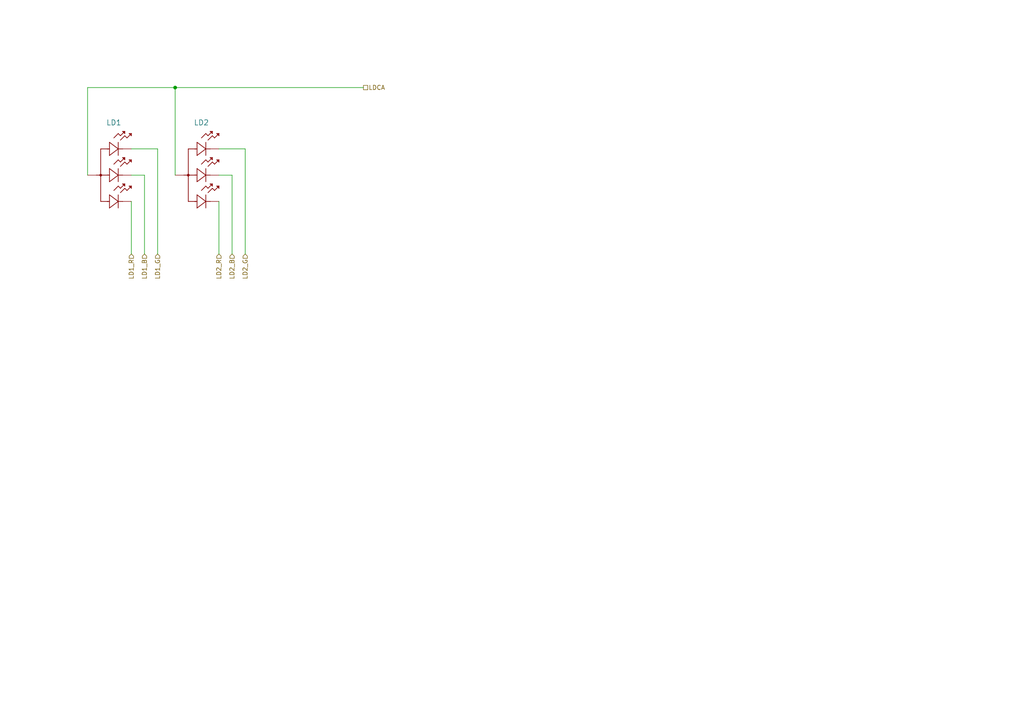
<source format=kicad_sch>
(kicad_sch (version 20211123) (generator eeschema)
  (paper "A4")
  (lib_symbols
    (symbol "RGB LED:WP154A4SEJ3VBDZGC{brace}slash}CA" (pin_numbers hide) (pin_names hide)
      (property "Reference" "LED" (at 5.08 -11.43 0))
      (property "Value" "WP154A4SEJ3VBDZGC{brace}slash}CA" (at 5.08 -13.97 0))
      (symbol "WP154A4SEJ3VBDZGC{brace}slash}CA_1_1"
        (polyline (pts (xy 2.54 0) (xy 6.0198 0)) (stroke (width 0.2032)))
        (polyline (pts (xy 3.81 -7.62) (xy 6.0198 -7.62)) (stroke (width 0.2032)))
        (polyline (pts (xy 3.81 7.62) (xy 3.81 -7.62)) (stroke (width 0.2032)))
        (polyline (pts (xy 3.81 7.62) (xy 6.0198 7.62)) (stroke (width 0.2032)))
        (polyline (pts (xy 5.715 -7.62) (xy 6.35 -7.62)) (stroke (width 0.2032)))
        (polyline (pts (xy 5.715 0) (xy 6.35 0)) (stroke (width 0.2032)))
        (polyline (pts (xy 5.715 7.62) (xy 6.35 7.62)) (stroke (width 0.2032)))
        (polyline (pts (xy 6.35 -9.525) (xy 8.89 -7.62)) (stroke (width 0.2032)))
        (polyline (pts (xy 6.35 -5.715) (xy 6.35 -9.525)) (stroke (width 0.2032)))
        (polyline (pts (xy 6.35 -1.905) (xy 8.89 0)) (stroke (width 0.2032)))
        (polyline (pts (xy 6.35 1.905) (xy 6.35 -1.905)) (stroke (width 0.2032)))
        (polyline (pts (xy 6.35 5.715) (xy 8.89 7.62)) (stroke (width 0.2032)))
        (polyline (pts (xy 6.35 9.525) (xy 6.35 5.715)) (stroke (width 0.2032)))
        (polyline (pts (xy 7.62 -4.445) (xy 8.89 -3.175)) (stroke (width 0.2032)))
        (polyline (pts (xy 7.62 3.175) (xy 8.89 4.445)) (stroke (width 0.2032)))
        (polyline (pts (xy 7.62 10.795) (xy 8.89 12.065)) (stroke (width 0.2032)))
        (polyline (pts (xy 8.89 -9.525) (xy 8.89 -5.715)) (stroke (width 0.2032)))
        (polyline (pts (xy 8.89 -7.62) (xy 6.35 -5.715)) (stroke (width 0.2032)))
        (polyline (pts (xy 8.89 -7.62) (xy 10.16 -7.62)) (stroke (width 0.2032)))
        (polyline (pts (xy 8.89 -3.175) (xy 9.525 -3.81)) (stroke (width 0.2032)))
        (polyline (pts (xy 8.89 -1.905) (xy 8.89 1.905)) (stroke (width 0.2032)))
        (polyline (pts (xy 8.89 0) (xy 6.35 1.905)) (stroke (width 0.2032)))
        (polyline (pts (xy 8.89 0) (xy 10.16 0)) (stroke (width 0.2032)))
        (polyline (pts (xy 8.89 4.445) (xy 9.525 3.81)) (stroke (width 0.2032)))
        (polyline (pts (xy 8.89 5.715) (xy 8.89 9.525)) (stroke (width 0.2032)))
        (polyline (pts (xy 8.89 7.62) (xy 6.35 9.525)) (stroke (width 0.2032)))
        (polyline (pts (xy 8.89 7.62) (xy 10.16 7.62)) (stroke (width 0.2032)))
        (polyline (pts (xy 8.89 12.065) (xy 9.525 11.43)) (stroke (width 0.2032)))
        (polyline (pts (xy 9.525 -5.08) (xy 10.795 -3.81)) (stroke (width 0.2032)))
        (polyline (pts (xy 9.525 -3.81) (xy 10.795 -2.54)) (stroke (width 0.2032)))
        (polyline (pts (xy 9.525 2.54) (xy 10.795 3.81)) (stroke (width 0.2032)))
        (polyline (pts (xy 9.525 3.81) (xy 10.795 5.08)) (stroke (width 0.2032)))
        (polyline (pts (xy 9.525 10.16) (xy 10.795 11.43)) (stroke (width 0.2032)))
        (polyline (pts (xy 9.525 11.43) (xy 10.795 12.7)) (stroke (width 0.2032)))
        (polyline (pts (xy 10.16 -2.54) (xy 10.795 -3.175)) (stroke (width 0.2032)))
        (polyline (pts (xy 10.16 5.08) (xy 10.795 4.445)) (stroke (width 0.2032)))
        (polyline (pts (xy 10.16 12.7) (xy 10.795 12.065)) (stroke (width 0.2032)))
        (polyline (pts (xy 10.795 -3.81) (xy 11.43 -4.445)) (stroke (width 0.2032)))
        (polyline (pts (xy 10.795 -3.175) (xy 10.795 -2.54)) (stroke (width 0.2032)))
        (polyline (pts (xy 10.795 -2.54) (xy 10.16 -2.54)) (stroke (width 0.2032)))
        (polyline (pts (xy 10.795 3.81) (xy 11.43 3.175)) (stroke (width 0.2032)))
        (polyline (pts (xy 10.795 4.445) (xy 10.795 5.08)) (stroke (width 0.2032)))
        (polyline (pts (xy 10.795 5.08) (xy 10.16 5.08)) (stroke (width 0.2032)))
        (polyline (pts (xy 10.795 11.43) (xy 11.43 10.795)) (stroke (width 0.2032)))
        (polyline (pts (xy 10.795 12.065) (xy 10.795 12.7)) (stroke (width 0.2032)))
        (polyline (pts (xy 10.795 12.7) (xy 10.16 12.7)) (stroke (width 0.2032)))
        (polyline (pts (xy 11.43 -4.445) (xy 12.7 -3.175)) (stroke (width 0.2032)))
        (polyline (pts (xy 11.43 3.175) (xy 12.7 4.445)) (stroke (width 0.2032)))
        (polyline (pts (xy 11.43 10.795) (xy 12.7 12.065)) (stroke (width 0.2032)))
        (polyline (pts (xy 12.065 -3.175) (xy 12.7 -3.81)) (stroke (width 0.2032)))
        (polyline (pts (xy 12.065 4.445) (xy 12.7 3.81)) (stroke (width 0.2032)))
        (polyline (pts (xy 12.065 12.065) (xy 12.7 11.43)) (stroke (width 0.2032)))
        (polyline (pts (xy 12.7 -3.81) (xy 12.7 -3.175)) (stroke (width 0.2032)))
        (polyline (pts (xy 12.7 -3.175) (xy 12.065 -3.175)) (stroke (width 0.2032)))
        (polyline (pts (xy 12.7 3.81) (xy 12.7 4.445)) (stroke (width 0.2032)))
        (polyline (pts (xy 12.7 4.445) (xy 12.065 4.445)) (stroke (width 0.2032)))
        (polyline (pts (xy 12.7 11.43) (xy 12.7 12.065)) (stroke (width 0.2032)))
        (polyline (pts (xy 12.7 12.065) (xy 12.065 12.065)) (stroke (width 0.2032)))
        (arc (start 3.81 -0.254) (mid 3.81 0.254) (end 3.81 -0.254) (stroke (width 0.254)))
        (circle (center 3.81 0) (radius 0.254) (stroke (width 0.254)))
        (pin unspecified line (at 12.7 -7.62 180) (length 2.54) (name "R") (number "1"))
        (pin power_in line (at 0 0 0) (length 2.54) (name "CA") (number "2"))
        (pin unspecified line (at 12.7 0 180) (length 2.54) (name "B") (number "3"))
        (pin unspecified line (at 12.7 7.62 180) (length 2.54) (name "G") (number "4"))
      )
    )
  )
  (junction (at 50.8 25.4))
  (wire (pts (xy 67.31 50.8) (xy 67.31 73.66)))
  (wire (pts (xy 45.72 43.18) (xy 45.72 73.66)))
  (wire (pts (xy 63.5 58.42) (xy 63.5 73.66)))
  (wire (pts (xy 63.5 43.18) (xy 71.12 43.18)))
  (wire (pts (xy 38.1 43.18) (xy 45.72 43.18)))
  (wire (pts (xy 50.8 25.4) (xy 50.8 50.8)))
  (wire (pts (xy 41.91 50.8) (xy 41.91 73.66)))
  (wire (pts (xy 71.12 43.18) (xy 71.12 73.66)))
  (wire (pts (xy 25.4 25.4) (xy 50.8 25.4)))
  (wire (pts (xy 63.5 50.8) (xy 67.31 50.8)))
  (wire (pts (xy 38.1 50.8) (xy 41.91 50.8)))
  (wire (pts (xy 25.4 50.8) (xy 25.4 25.4)))
  (wire (pts (xy 38.1 58.42) (xy 38.1 73.66)))
  (wire (pts (xy 50.8 25.4) (xy 105.41 25.4)))
  (hierarchical_label "LD1_G" (shape input) (at 45.72 73.66 270))
  (hierarchical_label "LD2_G" (shape input) (at 71.12 73.66 270))
  (hierarchical_label "LD2_R" (shape input) (at 63.5 73.66 270))
  (hierarchical_label "LD2_B" (shape input) (at 67.31 73.66 270))
  (hierarchical_label "LD1_R" (shape input) (at 38.1 73.66 270))
  (hierarchical_label "LD1_B" (shape input) (at 41.91 73.66 270))
  (hierarchical_label "LDCA" (shape passive) (at 105.41 25.4 0))
  (symbol (lib_id "RGB LED:WP154A4SEJ3VBDZGC{brace}slash}CA") (at 25.4 50.8 0) (unit 1)
    (property "Reference" "LD1" (at 33.02 35.56 0) (effects (font (size 1.524 1.524))))
    (property "Value" "WP154A4SEJ3VBDZGC{slash}CA" (effects hide))
    (property "Footprint" "RGB LED:WP154A4SEJ3VBDZGC&slash_CA" (effects hide))
  )
  (symbol (lib_id "RGB LED:WP154A4SEJ3VBDZGC{brace}slash}CA") (at 50.8 50.8 0) (unit 1)
    (property "Reference" "LD2" (at 58.42 35.56 0) (effects (font (size 1.524 1.524))))
    (property "Value" "WP154A4SEJ3VBDZGC{slash}CA" (effects hide))
    (property "Footprint" "RGB LED:WP154A4SEJ3VBDZGC&slash_CA" (effects hide))
  )
)
</source>
